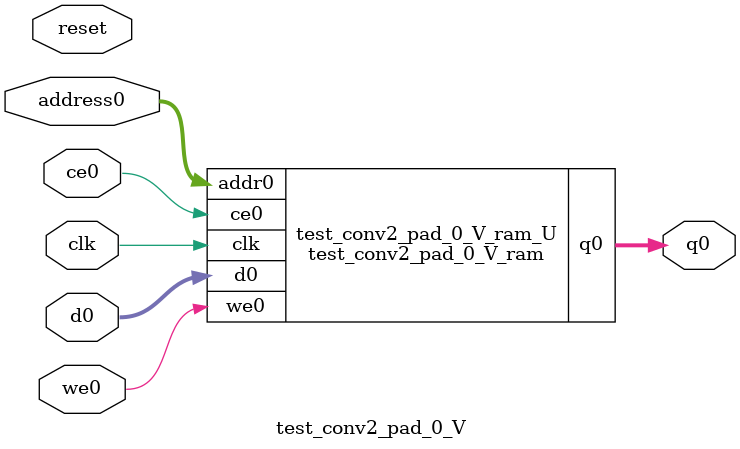
<source format=v>
`timescale 1 ns / 1 ps
module test_conv2_pad_0_V_ram (addr0, ce0, d0, we0, q0,  clk);

parameter DWIDTH = 4;
parameter AWIDTH = 14;
parameter MEM_SIZE = 13284;

input[AWIDTH-1:0] addr0;
input ce0;
input[DWIDTH-1:0] d0;
input we0;
output reg[DWIDTH-1:0] q0;
input clk;

(* ram_style = "block" *)reg [DWIDTH-1:0] ram[0:MEM_SIZE-1];




always @(posedge clk)  
begin 
    if (ce0) begin
        if (we0) 
            ram[addr0] <= d0; 
        q0 <= ram[addr0];
    end
end


endmodule

`timescale 1 ns / 1 ps
module test_conv2_pad_0_V(
    reset,
    clk,
    address0,
    ce0,
    we0,
    d0,
    q0);

parameter DataWidth = 32'd4;
parameter AddressRange = 32'd13284;
parameter AddressWidth = 32'd14;
input reset;
input clk;
input[AddressWidth - 1:0] address0;
input ce0;
input we0;
input[DataWidth - 1:0] d0;
output[DataWidth - 1:0] q0;



test_conv2_pad_0_V_ram test_conv2_pad_0_V_ram_U(
    .clk( clk ),
    .addr0( address0 ),
    .ce0( ce0 ),
    .we0( we0 ),
    .d0( d0 ),
    .q0( q0 ));

endmodule


</source>
